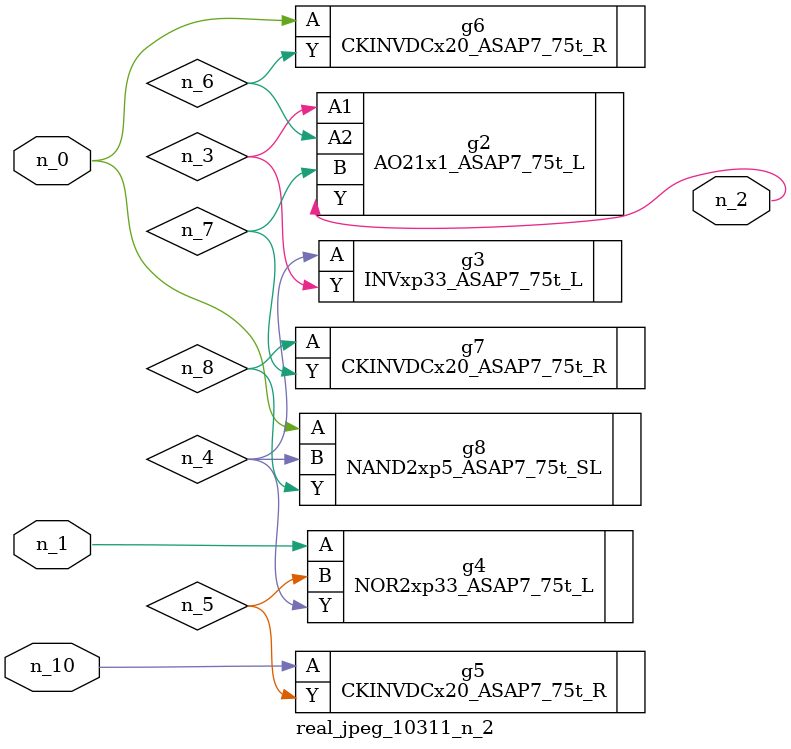
<source format=v>
module real_jpeg_10311_n_2 (n_1, n_10, n_0, n_2);

input n_1;
input n_10;
input n_0;

output n_2;

wire n_5;
wire n_4;
wire n_8;
wire n_6;
wire n_7;
wire n_3;

CKINVDCx20_ASAP7_75t_R g6 ( 
.A(n_0),
.Y(n_6)
);

NAND2xp5_ASAP7_75t_SL g8 ( 
.A(n_0),
.B(n_4),
.Y(n_8)
);

NOR2xp33_ASAP7_75t_L g4 ( 
.A(n_1),
.B(n_5),
.Y(n_4)
);

AO21x1_ASAP7_75t_L g2 ( 
.A1(n_3),
.A2(n_6),
.B(n_7),
.Y(n_2)
);

INVxp33_ASAP7_75t_L g3 ( 
.A(n_4),
.Y(n_3)
);

CKINVDCx20_ASAP7_75t_R g7 ( 
.A(n_8),
.Y(n_7)
);

CKINVDCx20_ASAP7_75t_R g5 ( 
.A(n_10),
.Y(n_5)
);


endmodule
</source>
